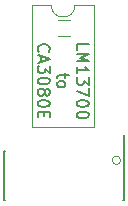
<source format=gbr>
G04 #@! TF.GenerationSoftware,KiCad,Pcbnew,(5.1.4)-1*
G04 #@! TF.CreationDate,2022-01-12T23:04:18-05:00*
G04 #@! TF.ProjectId,CA3080_to_LM13700,43413330-3830-45f7-946f-5f4c4d313337,rev?*
G04 #@! TF.SameCoordinates,Original*
G04 #@! TF.FileFunction,Legend,Top*
G04 #@! TF.FilePolarity,Positive*
%FSLAX46Y46*%
G04 Gerber Fmt 4.6, Leading zero omitted, Abs format (unit mm)*
G04 Created by KiCad (PCBNEW (5.1.4)-1) date 2022-01-12 23:04:18*
%MOMM*%
%LPD*%
G04 APERTURE LIST*
%ADD10C,0.120000*%
%ADD11C,0.150000*%
G04 APERTURE END LIST*
D10*
X135932946Y-54975000D02*
G75*
G03X135932946Y-54975000I-357946J0D01*
G01*
D11*
X132222619Y-45607142D02*
X132222619Y-45130952D01*
X133222619Y-45130952D01*
X132222619Y-45940476D02*
X133222619Y-45940476D01*
X132508333Y-46273809D01*
X133222619Y-46607142D01*
X132222619Y-46607142D01*
X132222619Y-47607142D02*
X132222619Y-47035714D01*
X132222619Y-47321428D02*
X133222619Y-47321428D01*
X133079761Y-47226190D01*
X132984523Y-47130952D01*
X132936904Y-47035714D01*
X133222619Y-47940476D02*
X133222619Y-48559523D01*
X132841666Y-48226190D01*
X132841666Y-48369047D01*
X132794047Y-48464285D01*
X132746428Y-48511904D01*
X132651190Y-48559523D01*
X132413095Y-48559523D01*
X132317857Y-48511904D01*
X132270238Y-48464285D01*
X132222619Y-48369047D01*
X132222619Y-48083333D01*
X132270238Y-47988095D01*
X132317857Y-47940476D01*
X133222619Y-48892857D02*
X133222619Y-49559523D01*
X132222619Y-49130952D01*
X133222619Y-50130952D02*
X133222619Y-50226190D01*
X133175000Y-50321428D01*
X133127380Y-50369047D01*
X133032142Y-50416666D01*
X132841666Y-50464285D01*
X132603571Y-50464285D01*
X132413095Y-50416666D01*
X132317857Y-50369047D01*
X132270238Y-50321428D01*
X132222619Y-50226190D01*
X132222619Y-50130952D01*
X132270238Y-50035714D01*
X132317857Y-49988095D01*
X132413095Y-49940476D01*
X132603571Y-49892857D01*
X132841666Y-49892857D01*
X133032142Y-49940476D01*
X133127380Y-49988095D01*
X133175000Y-50035714D01*
X133222619Y-50130952D01*
X133222619Y-51083333D02*
X133222619Y-51178571D01*
X133175000Y-51273809D01*
X133127380Y-51321428D01*
X133032142Y-51369047D01*
X132841666Y-51416666D01*
X132603571Y-51416666D01*
X132413095Y-51369047D01*
X132317857Y-51321428D01*
X132270238Y-51273809D01*
X132222619Y-51178571D01*
X132222619Y-51083333D01*
X132270238Y-50988095D01*
X132317857Y-50940476D01*
X132413095Y-50892857D01*
X132603571Y-50845238D01*
X132841666Y-50845238D01*
X133032142Y-50892857D01*
X133127380Y-50940476D01*
X133175000Y-50988095D01*
X133222619Y-51083333D01*
X131239285Y-47607142D02*
X131239285Y-47988095D01*
X131572619Y-47750000D02*
X130715476Y-47750000D01*
X130620238Y-47797619D01*
X130572619Y-47892857D01*
X130572619Y-47988095D01*
X130572619Y-48464285D02*
X130620238Y-48369047D01*
X130667857Y-48321428D01*
X130763095Y-48273809D01*
X131048809Y-48273809D01*
X131144047Y-48321428D01*
X131191666Y-48369047D01*
X131239285Y-48464285D01*
X131239285Y-48607142D01*
X131191666Y-48702380D01*
X131144047Y-48750000D01*
X131048809Y-48797619D01*
X130763095Y-48797619D01*
X130667857Y-48750000D01*
X130620238Y-48702380D01*
X130572619Y-48607142D01*
X130572619Y-48464285D01*
X129017857Y-45773809D02*
X128970238Y-45726190D01*
X128922619Y-45583333D01*
X128922619Y-45488095D01*
X128970238Y-45345238D01*
X129065476Y-45250000D01*
X129160714Y-45202380D01*
X129351190Y-45154761D01*
X129494047Y-45154761D01*
X129684523Y-45202380D01*
X129779761Y-45250000D01*
X129875000Y-45345238D01*
X129922619Y-45488095D01*
X129922619Y-45583333D01*
X129875000Y-45726190D01*
X129827380Y-45773809D01*
X129208333Y-46154761D02*
X129208333Y-46630952D01*
X128922619Y-46059523D02*
X129922619Y-46392857D01*
X128922619Y-46726190D01*
X129922619Y-46964285D02*
X129922619Y-47583333D01*
X129541666Y-47250000D01*
X129541666Y-47392857D01*
X129494047Y-47488095D01*
X129446428Y-47535714D01*
X129351190Y-47583333D01*
X129113095Y-47583333D01*
X129017857Y-47535714D01*
X128970238Y-47488095D01*
X128922619Y-47392857D01*
X128922619Y-47107142D01*
X128970238Y-47011904D01*
X129017857Y-46964285D01*
X129922619Y-48202380D02*
X129922619Y-48297619D01*
X129875000Y-48392857D01*
X129827380Y-48440476D01*
X129732142Y-48488095D01*
X129541666Y-48535714D01*
X129303571Y-48535714D01*
X129113095Y-48488095D01*
X129017857Y-48440476D01*
X128970238Y-48392857D01*
X128922619Y-48297619D01*
X128922619Y-48202380D01*
X128970238Y-48107142D01*
X129017857Y-48059523D01*
X129113095Y-48011904D01*
X129303571Y-47964285D01*
X129541666Y-47964285D01*
X129732142Y-48011904D01*
X129827380Y-48059523D01*
X129875000Y-48107142D01*
X129922619Y-48202380D01*
X129494047Y-49107142D02*
X129541666Y-49011904D01*
X129589285Y-48964285D01*
X129684523Y-48916666D01*
X129732142Y-48916666D01*
X129827380Y-48964285D01*
X129875000Y-49011904D01*
X129922619Y-49107142D01*
X129922619Y-49297619D01*
X129875000Y-49392857D01*
X129827380Y-49440476D01*
X129732142Y-49488095D01*
X129684523Y-49488095D01*
X129589285Y-49440476D01*
X129541666Y-49392857D01*
X129494047Y-49297619D01*
X129494047Y-49107142D01*
X129446428Y-49011904D01*
X129398809Y-48964285D01*
X129303571Y-48916666D01*
X129113095Y-48916666D01*
X129017857Y-48964285D01*
X128970238Y-49011904D01*
X128922619Y-49107142D01*
X128922619Y-49297619D01*
X128970238Y-49392857D01*
X129017857Y-49440476D01*
X129113095Y-49488095D01*
X129303571Y-49488095D01*
X129398809Y-49440476D01*
X129446428Y-49392857D01*
X129494047Y-49297619D01*
X129922619Y-50107142D02*
X129922619Y-50202380D01*
X129875000Y-50297619D01*
X129827380Y-50345238D01*
X129732142Y-50392857D01*
X129541666Y-50440476D01*
X129303571Y-50440476D01*
X129113095Y-50392857D01*
X129017857Y-50345238D01*
X128970238Y-50297619D01*
X128922619Y-50202380D01*
X128922619Y-50107142D01*
X128970238Y-50011904D01*
X129017857Y-49964285D01*
X129113095Y-49916666D01*
X129303571Y-49869047D01*
X129541666Y-49869047D01*
X129732142Y-49916666D01*
X129827380Y-49964285D01*
X129875000Y-50011904D01*
X129922619Y-50107142D01*
X129446428Y-50869047D02*
X129446428Y-51202380D01*
X128922619Y-51345238D02*
X128922619Y-50869047D01*
X129922619Y-50869047D01*
X129922619Y-51345238D01*
D10*
X133710001Y-41845001D02*
X132060001Y-41845001D01*
X133710001Y-52125001D02*
X133710001Y-41845001D01*
X128410001Y-52125001D02*
X133710001Y-52125001D01*
X128410001Y-41845001D02*
X128410001Y-52125001D01*
X130060001Y-41845001D02*
X128410001Y-41845001D01*
X132060001Y-41845001D02*
G75*
G02X130060001Y-41845001I-1000000J0D01*
G01*
X131650000Y-44455000D02*
X130650000Y-44455000D01*
X130650000Y-43095000D02*
X131650000Y-43095000D01*
D11*
X136175000Y-54200000D02*
X136175000Y-52825000D01*
X126050000Y-54200000D02*
X126050000Y-58350000D01*
X136200000Y-54200000D02*
X136200000Y-58350000D01*
X126050000Y-54200000D02*
X126155000Y-54200000D01*
X126050000Y-58350000D02*
X126155000Y-58350000D01*
X136200000Y-58350000D02*
X136095000Y-58350000D01*
X136200000Y-54200000D02*
X136175000Y-54200000D01*
M02*

</source>
